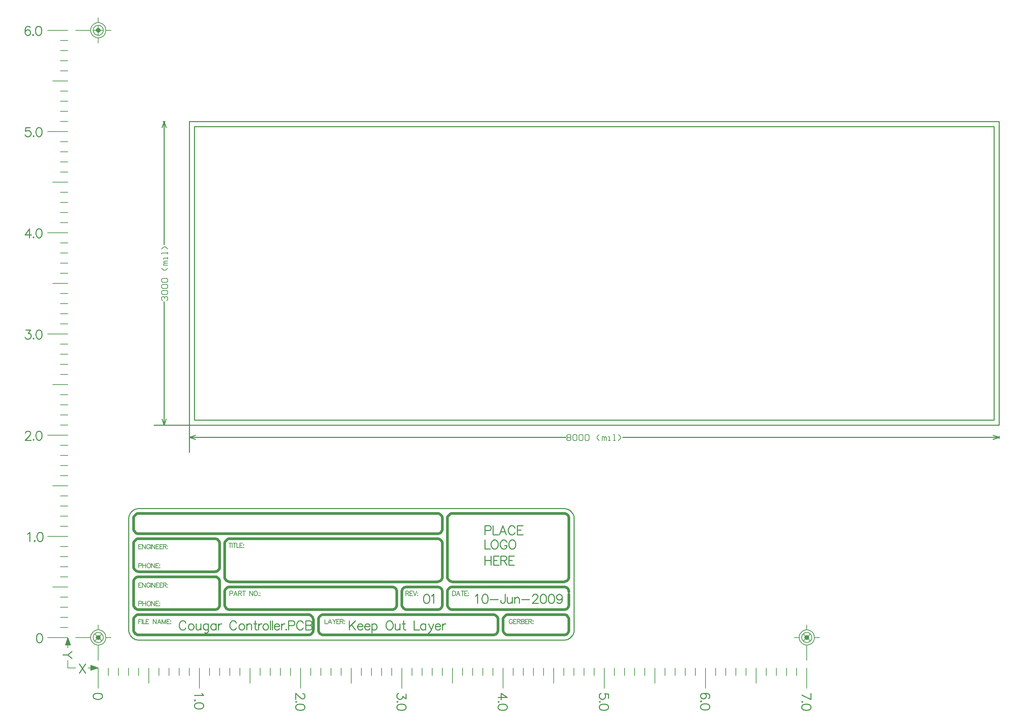
<source format=gko>
%FSLAX23Y23*%
%MOIN*%
G70*
G01*
G75*
%ADD10C,0.021*%
%ADD11C,0.012*%
%ADD12C,0.035*%
%ADD13C,0.025*%
%ADD14C,0.045*%
%ADD15C,0.055*%
%ADD16C,0.009*%
%ADD17C,0.008*%
%ADD18C,0.010*%
%ADD19C,0.006*%
%ADD20C,0.005*%
%ADD21C,0.060*%
%ADD22C,0.200*%
%ADD23C,0.062*%
%ADD24R,0.062X0.062*%
%ADD25R,0.052X0.052*%
%ADD26C,0.052*%
%ADD27C,0.080*%
%ADD28C,0.055*%
%ADD29R,0.050X0.050*%
%ADD30C,0.050*%
%ADD31C,0.120*%
%ADD32R,0.060X0.060*%
%ADD33R,0.100X0.100*%
%ADD34C,0.100*%
%ADD35R,0.080X0.080*%
%ADD36P,0.065X8X0*%
%ADD37C,0.065*%
%ADD38R,0.065X0.065*%
%ADD39C,0.068*%
%ADD40C,0.208*%
%ADD41C,0.070*%
%ADD42R,0.070X0.070*%
%ADD43C,0.088*%
%ADD44C,0.063*%
%ADD45R,0.058X0.058*%
%ADD46C,0.058*%
%ADD47C,0.128*%
%ADD48R,0.068X0.068*%
%ADD49R,0.108X0.108*%
%ADD50C,0.108*%
%ADD51R,0.088X0.088*%
%ADD52P,0.073X8X0*%
%ADD53C,0.073*%
%ADD54R,0.073X0.073*%
D13*
X10453Y5923D02*
X10452Y5932D01*
X10449Y5942D01*
X10445Y5950D01*
X10439Y5957D01*
X10431Y5964D01*
X10423Y5968D01*
X10414Y5971D01*
X10404Y5972D01*
X9303D02*
X9293Y5971D01*
X9284Y5968D01*
X9275Y5963D01*
X9268Y5957D01*
X9262Y5950D01*
X9257Y5941D01*
X9254Y5932D01*
X9253Y5922D01*
X10403Y6022D02*
X10413Y6023D01*
X10422Y6026D01*
X10431Y6030D01*
X10438Y6036D01*
X10445Y6044D01*
X10449Y6053D01*
X10452Y6062D01*
X10453Y6072D01*
X9253D02*
X9254Y6062D01*
X9257Y6053D01*
X9262Y6044D01*
X9268Y6036D01*
X9275Y6030D01*
X9284Y6026D01*
X9293Y6023D01*
X9303Y6022D01*
X10453Y6648D02*
X10452Y6658D01*
X10449Y6667D01*
X10445Y6676D01*
X10438Y6683D01*
X10430Y6689D01*
X10422Y6694D01*
X10412Y6696D01*
X10402Y6697D01*
X10403Y5747D02*
X10413Y5748D01*
X10422Y5751D01*
X10431Y5755D01*
X10438Y5761D01*
X10445Y5769D01*
X10449Y5778D01*
X10452Y5787D01*
X10453Y5797D01*
X10453Y5648D02*
X10452Y5657D01*
X10449Y5667D01*
X10444Y5675D01*
X10438Y5682D01*
X10431Y5689D01*
X10422Y5693D01*
X10413Y5696D01*
X10403Y5697D01*
Y5497D02*
X10413Y5498D01*
X10422Y5501D01*
X10431Y5505D01*
X10438Y5511D01*
X10445Y5519D01*
X10449Y5528D01*
X10452Y5537D01*
X10453Y5547D01*
X9153Y5747D02*
X9163Y5748D01*
X9172Y5751D01*
X9181Y5755D01*
X9188Y5761D01*
X9195Y5769D01*
X9199Y5778D01*
X9202Y5787D01*
X9203Y5797D01*
X9253Y5796D02*
X9254Y5786D01*
X9257Y5777D01*
X9262Y5768D01*
X9268Y5761D01*
X9275Y5755D01*
X9284Y5750D01*
X9293Y5748D01*
X9303Y5747D01*
X9203Y5923D02*
X9202Y5932D01*
X9199Y5942D01*
X9195Y5950D01*
X9189Y5957D01*
X9181Y5964D01*
X9173Y5968D01*
X9164Y5971D01*
X9154Y5972D01*
X6153Y5547D02*
X6154Y5537D01*
X6157Y5528D01*
X6161Y5519D01*
X6167Y5512D01*
X6175Y5506D01*
X6183Y5501D01*
X6193Y5498D01*
X6202Y5497D01*
X9154Y6022D02*
X9164Y6023D01*
X9173Y6026D01*
X9181Y6031D01*
X9189Y6037D01*
X9195Y6044D01*
X9199Y6053D01*
X9202Y6062D01*
X9203Y6072D01*
X6203Y5697D02*
X6193Y5696D01*
X6184Y5693D01*
X6175Y5688D01*
X6168Y5682D01*
X6162Y5675D01*
X6157Y5666D01*
X6154Y5657D01*
X6153Y5647D01*
X9203Y6397D02*
X9202Y6407D01*
X9199Y6416D01*
X9195Y6425D01*
X9188Y6432D01*
X9181Y6438D01*
X9172Y6443D01*
X9163Y6446D01*
X9153Y6447D01*
Y6497D02*
X9163Y6498D01*
X9172Y6501D01*
X9181Y6505D01*
X9188Y6511D01*
X9195Y6519D01*
X9199Y6528D01*
X9202Y6537D01*
X9203Y6547D01*
X9303Y6697D02*
X9293Y6696D01*
X9284Y6693D01*
X9275Y6688D01*
X9268Y6682D01*
X9262Y6675D01*
X9257Y6666D01*
X9254Y6657D01*
X9253Y6647D01*
X9203D02*
X9202Y6657D01*
X9199Y6666D01*
X9195Y6675D01*
X9188Y6682D01*
X9181Y6688D01*
X9172Y6693D01*
X9163Y6696D01*
X9153Y6697D01*
X6203D02*
X6193Y6696D01*
X6184Y6693D01*
X6175Y6688D01*
X6168Y6682D01*
X6162Y6675D01*
X6157Y6666D01*
X6154Y6657D01*
X6153Y6647D01*
Y6547D02*
X6154Y6537D01*
X6157Y6528D01*
X6162Y6519D01*
X6168Y6511D01*
X6175Y6505D01*
X6184Y6501D01*
X6193Y6498D01*
X6203Y6497D01*
Y6447D02*
X6193Y6446D01*
X6184Y6443D01*
X6175Y6438D01*
X6168Y6432D01*
X6162Y6425D01*
X6157Y6416D01*
X6154Y6407D01*
X6153Y6397D01*
Y6172D02*
X6154Y6162D01*
X6157Y6153D01*
X6162Y6144D01*
X6168Y6136D01*
X6175Y6130D01*
X6184Y6126D01*
X6193Y6123D01*
X6203Y6122D01*
Y6072D02*
X6193Y6071D01*
X6184Y6068D01*
X6175Y6063D01*
X6168Y6057D01*
X6162Y6050D01*
X6157Y6041D01*
X6154Y6032D01*
X6153Y6022D01*
Y5797D02*
X6154Y5787D01*
X6157Y5778D01*
X6161Y5769D01*
X6167Y5762D01*
X6175Y5756D01*
X6183Y5751D01*
X6193Y5748D01*
X6202Y5747D01*
X7103Y6447D02*
X7093Y6446D01*
X7084Y6443D01*
X7075Y6438D01*
X7068Y6432D01*
X7062Y6425D01*
X7057Y6416D01*
X7054Y6407D01*
X7053Y6397D01*
X7103Y5972D02*
X7093Y5971D01*
X7084Y5968D01*
X7075Y5963D01*
X7068Y5957D01*
X7062Y5950D01*
X7057Y5941D01*
X7054Y5932D01*
X7053Y5922D01*
X8851Y5972D02*
X8841Y5971D01*
X8832Y5968D01*
X8824Y5963D01*
X8816Y5957D01*
X8810Y5949D01*
X8806Y5940D01*
X8804Y5931D01*
X8803Y5921D01*
X8803Y5798D02*
X8804Y5788D01*
X8807Y5778D01*
X8812Y5770D01*
X8818Y5762D01*
X8825Y5756D01*
X8834Y5751D01*
X8843Y5748D01*
X8853Y5747D01*
X8704Y5747D02*
X8714Y5748D01*
X8723Y5751D01*
X8732Y5755D01*
X8739Y5761D01*
X8745Y5769D01*
X8750Y5778D01*
X8752Y5787D01*
X8753Y5797D01*
X8753Y5923D02*
X8752Y5932D01*
X8749Y5942D01*
X8745Y5950D01*
X8739Y5957D01*
X8731Y5964D01*
X8723Y5968D01*
X8714Y5971D01*
X8704Y5972D01*
X6954Y5747D02*
X6964Y5748D01*
X6973Y5751D01*
X6981Y5755D01*
X6989Y5761D01*
X6995Y5769D01*
X6999Y5777D01*
X7002Y5786D01*
X7003Y5796D01*
X7053D02*
X7054Y5786D01*
X7057Y5777D01*
X7061Y5769D01*
X7067Y5761D01*
X7075Y5755D01*
X7083Y5751D01*
X7093Y5748D01*
X7102Y5747D01*
X7053Y6071D02*
X7054Y6061D01*
X7057Y6052D01*
X7061Y6044D01*
X7067Y6036D01*
X7075Y6030D01*
X7083Y6026D01*
X7093Y6023D01*
X7102Y6022D01*
X7003Y6023D02*
X7002Y6033D01*
X6999Y6042D01*
X6995Y6051D01*
X6988Y6058D01*
X6980Y6064D01*
X6972Y6069D01*
X6962Y6071D01*
X6952Y6072D01*
X6955Y6122D02*
X6964Y6123D01*
X6973Y6125D01*
X6982Y6130D01*
X6989Y6136D01*
X6995Y6143D01*
X6999Y6151D01*
X7002Y6160D01*
X7003Y6170D01*
Y6398D02*
X7002Y6407D01*
X6999Y6417D01*
X6995Y6425D01*
X6989Y6432D01*
X6981Y6439D01*
X6973Y6443D01*
X6964Y6446D01*
X6954Y6447D01*
X9853Y5697D02*
X9843Y5696D01*
X9834Y5693D01*
X9825Y5688D01*
X9818Y5682D01*
X9812Y5675D01*
X9807Y5666D01*
X9804Y5657D01*
X9803Y5647D01*
Y5546D02*
X9804Y5536D01*
X9807Y5527D01*
X9812Y5518D01*
X9818Y5511D01*
X9825Y5505D01*
X9834Y5500D01*
X9843Y5498D01*
X9853Y5497D01*
X9704Y5497D02*
X9714Y5498D01*
X9723Y5500D01*
X9732Y5505D01*
X9739Y5511D01*
X9745Y5519D01*
X9750Y5527D01*
X9752Y5537D01*
X9753Y5546D01*
X9753Y5647D02*
X9752Y5657D01*
X9749Y5666D01*
X9745Y5675D01*
X9738Y5682D01*
X9731Y5688D01*
X9722Y5693D01*
X9713Y5696D01*
X9703Y5697D01*
X7978Y5547D02*
X7979Y5537D01*
X7982Y5528D01*
X7986Y5519D01*
X7992Y5512D01*
X8000Y5506D01*
X8008Y5501D01*
X8018Y5498D01*
X8027Y5497D01*
X8028Y5697D02*
X8018Y5696D01*
X8009Y5693D01*
X8000Y5688D01*
X7993Y5682D01*
X7987Y5675D01*
X7982Y5666D01*
X7979Y5657D01*
X7978Y5647D01*
X7879Y5497D02*
X7889Y5498D01*
X7898Y5500D01*
X7907Y5505D01*
X7914Y5511D01*
X7920Y5519D01*
X7925Y5527D01*
X7927Y5537D01*
X7928Y5546D01*
X7928Y5647D02*
X7927Y5657D01*
X7924Y5666D01*
X7920Y5675D01*
X7913Y5682D01*
X7906Y5688D01*
X7897Y5693D01*
X7888Y5696D01*
X7878Y5697D01*
X8028Y5497D02*
X9703D01*
X6203D02*
X7878D01*
X6203Y5697D02*
X7878D01*
X8028D02*
X9703D01*
X9853Y5497D02*
X10403D01*
X9853Y5697D02*
X10403D01*
X6203Y6697D02*
X9153D01*
X6203Y5747D02*
X6953D01*
X6203Y6072D02*
X6953D01*
X6203Y6122D02*
X6953D01*
X6203Y6447D02*
X6953D01*
X6203Y6497D02*
X9153D01*
X7103Y6447D02*
X9153D01*
X7103Y5972D02*
X8703D01*
X7103Y5747D02*
X8703D01*
X8853D02*
X9153D01*
X8853Y5972D02*
X9153D01*
X9303Y5747D02*
X10403D01*
X9303Y6697D02*
X10403D01*
X7103Y6022D02*
X9153D01*
X9303D02*
X10403D01*
X9303Y5972D02*
X10403D01*
X7928Y5547D02*
Y5647D01*
X7978Y5547D02*
Y5647D01*
X9753Y5547D02*
Y5647D01*
X9803Y5547D02*
Y5647D01*
X6153Y5797D02*
Y6022D01*
X7003Y5797D02*
Y6022D01*
X6153Y6172D02*
Y6397D01*
X7003Y6172D02*
Y6397D01*
X6153Y6547D02*
Y6647D01*
X9203Y6547D02*
Y6647D01*
Y6072D02*
Y6397D01*
X7053Y6072D02*
Y6397D01*
X8753Y5797D02*
Y5922D01*
X7053Y5797D02*
Y5922D01*
X8803Y5797D02*
Y5922D01*
X9203Y5797D02*
Y5922D01*
X10453Y5547D02*
Y5647D01*
Y5797D02*
Y5897D01*
X6153Y5547D02*
Y5647D01*
X9253Y6072D02*
Y6647D01*
X10453Y6072D02*
Y6647D01*
X9253Y5797D02*
Y5922D01*
D16*
X5130Y11499D02*
X5125Y11507D01*
X5112Y11512D01*
X5104D01*
X5091Y11507D01*
X5082Y11495D01*
X5078Y11473D01*
Y11452D01*
X5082Y11435D01*
X5091Y11426D01*
X5104Y11422D01*
X5108D01*
X5121Y11426D01*
X5130Y11435D01*
X5134Y11448D01*
Y11452D01*
X5130Y11465D01*
X5121Y11473D01*
X5108Y11478D01*
X5104D01*
X5091Y11473D01*
X5082Y11465D01*
X5078Y11452D01*
X5158Y11430D02*
X5154Y11426D01*
X5158Y11422D01*
X5162Y11426D01*
X5158Y11430D01*
X5208Y11512D02*
X5195Y11507D01*
X5186Y11495D01*
X5182Y11473D01*
Y11460D01*
X5186Y11439D01*
X5195Y11426D01*
X5208Y11422D01*
X5216D01*
X5229Y11426D01*
X5238Y11439D01*
X5242Y11460D01*
Y11473D01*
X5238Y11495D01*
X5229Y11507D01*
X5216Y11512D01*
X5208D01*
X5121Y9512D02*
X5078Y9452D01*
X5142D01*
X5121Y9512D02*
Y9422D01*
X5163Y9430D02*
X5158Y9426D01*
X5163Y9422D01*
X5167Y9426D01*
X5163Y9430D01*
X5212Y9512D02*
X5199Y9507D01*
X5191Y9495D01*
X5187Y9473D01*
Y9460D01*
X5191Y9439D01*
X5199Y9426D01*
X5212Y9422D01*
X5221D01*
X5234Y9426D01*
X5242Y9439D01*
X5247Y9460D01*
Y9473D01*
X5242Y9495D01*
X5234Y9507D01*
X5221Y9512D01*
X5212D01*
X5082Y7490D02*
Y7495D01*
X5087Y7503D01*
X5091Y7508D01*
X5100Y7512D01*
X5117D01*
X5125Y7508D01*
X5130Y7503D01*
X5134Y7495D01*
Y7486D01*
X5130Y7478D01*
X5121Y7465D01*
X5078Y7422D01*
X5138D01*
X5163Y7430D02*
X5158Y7426D01*
X5163Y7422D01*
X5167Y7426D01*
X5163Y7430D01*
X5212Y7512D02*
X5199Y7508D01*
X5191Y7495D01*
X5187Y7473D01*
Y7460D01*
X5191Y7439D01*
X5199Y7426D01*
X5212Y7422D01*
X5221D01*
X5234Y7426D01*
X5242Y7439D01*
X5247Y7460D01*
Y7473D01*
X5242Y7495D01*
X5234Y7508D01*
X5221Y7512D01*
X5212D01*
X5216Y5512D02*
X5203Y5508D01*
X5195Y5495D01*
X5191Y5473D01*
Y5460D01*
X5195Y5439D01*
X5203Y5426D01*
X5216Y5422D01*
X5225D01*
X5238Y5426D01*
X5246Y5439D01*
X5251Y5460D01*
Y5473D01*
X5246Y5495D01*
X5238Y5508D01*
X5225Y5512D01*
X5216D01*
X5103Y6495D02*
X5112Y6499D01*
X5125Y6512D01*
Y6422D01*
X5173Y6430D02*
X5169Y6426D01*
X5173Y6422D01*
X5178Y6426D01*
X5173Y6430D01*
X5223Y6512D02*
X5210Y6508D01*
X5202Y6495D01*
X5197Y6473D01*
Y6460D01*
X5202Y6439D01*
X5210Y6426D01*
X5223Y6422D01*
X5232D01*
X5245Y6426D01*
X5253Y6439D01*
X5257Y6460D01*
Y6473D01*
X5253Y6495D01*
X5245Y6508D01*
X5232Y6512D01*
X5223D01*
X5087Y8512D02*
X5134D01*
X5108Y8478D01*
X5121D01*
X5130Y8473D01*
X5134Y8469D01*
X5138Y8456D01*
Y8448D01*
X5134Y8435D01*
X5125Y8426D01*
X5112Y8422D01*
X5100D01*
X5087Y8426D01*
X5082Y8430D01*
X5078Y8439D01*
X5163Y8430D02*
X5158Y8426D01*
X5163Y8422D01*
X5167Y8426D01*
X5163Y8430D01*
X5212Y8512D02*
X5199Y8507D01*
X5191Y8495D01*
X5187Y8473D01*
Y8460D01*
X5191Y8439D01*
X5199Y8426D01*
X5212Y8422D01*
X5221D01*
X5234Y8426D01*
X5242Y8439D01*
X5247Y8460D01*
Y8473D01*
X5242Y8495D01*
X5234Y8507D01*
X5221Y8512D01*
X5212D01*
X5130Y10512D02*
X5087D01*
X5082Y10473D01*
X5087Y10478D01*
X5100Y10482D01*
X5112D01*
X5125Y10478D01*
X5134Y10469D01*
X5138Y10456D01*
Y10448D01*
X5134Y10435D01*
X5125Y10426D01*
X5112Y10422D01*
X5100D01*
X5087Y10426D01*
X5082Y10430D01*
X5078Y10439D01*
X5163Y10430D02*
X5158Y10426D01*
X5163Y10422D01*
X5167Y10426D01*
X5163Y10430D01*
X5212Y10512D02*
X5199Y10507D01*
X5191Y10495D01*
X5187Y10473D01*
Y10460D01*
X5191Y10439D01*
X5199Y10426D01*
X5212Y10422D01*
X5221D01*
X5234Y10426D01*
X5242Y10439D01*
X5247Y10460D01*
Y10473D01*
X5242Y10495D01*
X5234Y10507D01*
X5221Y10512D01*
X5212D01*
X12843Y4862D02*
X12753Y4905D01*
X12843Y4922D02*
Y4862D01*
X12762Y4837D02*
X12757Y4842D01*
X12753Y4837D01*
X12757Y4833D01*
X12762Y4837D01*
X12843Y4788D02*
X12839Y4801D01*
X12826Y4809D01*
X12805Y4813D01*
X12792D01*
X12770Y4809D01*
X12757Y4801D01*
X12753Y4788D01*
Y4779D01*
X12757Y4766D01*
X12770Y4758D01*
X12792Y4753D01*
X12805D01*
X12826Y4758D01*
X12839Y4766D01*
X12843Y4779D01*
Y4788D01*
X10843Y4870D02*
Y4913D01*
X10805Y4918D01*
X10809Y4913D01*
X10813Y4900D01*
Y4888D01*
X10809Y4875D01*
X10800Y4866D01*
X10787Y4862D01*
X10779D01*
X10766Y4866D01*
X10757Y4875D01*
X10753Y4888D01*
Y4900D01*
X10757Y4913D01*
X10762Y4918D01*
X10770Y4922D01*
X10762Y4837D02*
X10757Y4842D01*
X10753Y4837D01*
X10757Y4833D01*
X10762Y4837D01*
X10843Y4788D02*
X10839Y4801D01*
X10826Y4809D01*
X10805Y4813D01*
X10792D01*
X10770Y4809D01*
X10757Y4801D01*
X10753Y4788D01*
Y4779D01*
X10757Y4766D01*
X10770Y4758D01*
X10792Y4753D01*
X10805D01*
X10826Y4758D01*
X10839Y4766D01*
X10843Y4779D01*
Y4788D01*
X8843Y4913D02*
Y4866D01*
X8809Y4892D01*
Y4879D01*
X8805Y4870D01*
X8800Y4866D01*
X8787Y4862D01*
X8779D01*
X8766Y4866D01*
X8757Y4875D01*
X8753Y4888D01*
Y4900D01*
X8757Y4913D01*
X8762Y4918D01*
X8770Y4922D01*
X8762Y4837D02*
X8757Y4842D01*
X8753Y4837D01*
X8757Y4833D01*
X8762Y4837D01*
X8843Y4788D02*
X8839Y4801D01*
X8826Y4809D01*
X8805Y4813D01*
X8792D01*
X8770Y4809D01*
X8757Y4801D01*
X8753Y4788D01*
Y4779D01*
X8757Y4766D01*
X8770Y4758D01*
X8792Y4753D01*
X8805D01*
X8826Y4758D01*
X8839Y4766D01*
X8843Y4779D01*
Y4788D01*
X6826Y4922D02*
X6830Y4913D01*
X6843Y4900D01*
X6753D01*
X6762Y4852D02*
X6757Y4856D01*
X6753Y4852D01*
X6757Y4847D01*
X6762Y4852D01*
X6843Y4802D02*
X6839Y4815D01*
X6826Y4823D01*
X6805Y4828D01*
X6792D01*
X6770Y4823D01*
X6757Y4815D01*
X6753Y4802D01*
Y4793D01*
X6757Y4780D01*
X6770Y4772D01*
X6792Y4768D01*
X6805D01*
X6826Y4772D01*
X6839Y4780D01*
X6843Y4793D01*
Y4802D01*
X5843Y4896D02*
X5839Y4909D01*
X5826Y4918D01*
X5805Y4922D01*
X5792D01*
X5770Y4918D01*
X5757Y4909D01*
X5753Y4896D01*
Y4888D01*
X5757Y4875D01*
X5770Y4866D01*
X5792Y4862D01*
X5805D01*
X5826Y4866D01*
X5839Y4875D01*
X5843Y4888D01*
Y4896D01*
X7822Y4918D02*
X7826D01*
X7835Y4913D01*
X7839Y4909D01*
X7843Y4900D01*
Y4883D01*
X7839Y4875D01*
X7835Y4870D01*
X7826Y4866D01*
X7817D01*
X7809Y4870D01*
X7796Y4879D01*
X7753Y4922D01*
Y4862D01*
X7762Y4837D02*
X7757Y4842D01*
X7753Y4837D01*
X7757Y4833D01*
X7762Y4837D01*
X7843Y4788D02*
X7839Y4801D01*
X7826Y4809D01*
X7805Y4813D01*
X7792D01*
X7770Y4809D01*
X7757Y4801D01*
X7753Y4788D01*
Y4779D01*
X7757Y4766D01*
X7770Y4758D01*
X7792Y4753D01*
X7805D01*
X7826Y4758D01*
X7839Y4766D01*
X7843Y4779D01*
Y4788D01*
X9843Y4879D02*
X9783Y4922D01*
Y4858D01*
X9843Y4879D02*
X9753D01*
X9762Y4837D02*
X9757Y4842D01*
X9753Y4837D01*
X9757Y4833D01*
X9762Y4837D01*
X9843Y4788D02*
X9839Y4801D01*
X9826Y4809D01*
X9805Y4813D01*
X9792D01*
X9770Y4809D01*
X9757Y4801D01*
X9753Y4788D01*
Y4779D01*
X9757Y4766D01*
X9770Y4758D01*
X9792Y4753D01*
X9805D01*
X9826Y4758D01*
X9839Y4766D01*
X9843Y4779D01*
Y4788D01*
X11830Y4870D02*
X11839Y4875D01*
X11843Y4888D01*
Y4896D01*
X11839Y4909D01*
X11826Y4918D01*
X11805Y4922D01*
X11783D01*
X11766Y4918D01*
X11757Y4909D01*
X11753Y4896D01*
Y4892D01*
X11757Y4879D01*
X11766Y4870D01*
X11779Y4866D01*
X11783D01*
X11796Y4870D01*
X11805Y4879D01*
X11809Y4892D01*
Y4896D01*
X11805Y4909D01*
X11796Y4918D01*
X11783Y4922D01*
X11762Y4842D02*
X11757Y4846D01*
X11753Y4842D01*
X11757Y4838D01*
X11762Y4842D01*
X11843Y4792D02*
X11839Y4805D01*
X11826Y4814D01*
X11805Y4818D01*
X11792D01*
X11770Y4814D01*
X11757Y4805D01*
X11753Y4792D01*
Y4784D01*
X11757Y4771D01*
X11770Y4762D01*
X11792Y4758D01*
X11805D01*
X11826Y4762D01*
X11839Y4771D01*
X11843Y4784D01*
Y4792D01*
X5616Y5212D02*
X5676Y5122D01*
Y5212D02*
X5616Y5122D01*
X5543Y5334D02*
X5500Y5300D01*
X5453D01*
X5543Y5266D02*
X5500Y5300D01*
X9528Y5882D02*
X9537Y5886D01*
X9550Y5899D01*
Y5809D01*
X9620Y5899D02*
X9607Y5895D01*
X9598Y5882D01*
X9594Y5861D01*
Y5848D01*
X9598Y5826D01*
X9607Y5814D01*
X9620Y5809D01*
X9628D01*
X9641Y5814D01*
X9650Y5826D01*
X9654Y5848D01*
Y5861D01*
X9650Y5882D01*
X9641Y5895D01*
X9628Y5899D01*
X9620D01*
X9674Y5848D02*
X9751D01*
X9821Y5899D02*
Y5831D01*
X9816Y5818D01*
X9812Y5814D01*
X9804Y5809D01*
X9795D01*
X9786Y5814D01*
X9782Y5818D01*
X9778Y5831D01*
Y5839D01*
X9844Y5869D02*
Y5826D01*
X9848Y5814D01*
X9857Y5809D01*
X9870D01*
X9878Y5814D01*
X9891Y5826D01*
Y5869D02*
Y5809D01*
X9915Y5869D02*
Y5809D01*
Y5852D02*
X9927Y5865D01*
X9936Y5869D01*
X9949D01*
X9957Y5865D01*
X9962Y5852D01*
Y5809D01*
X9985Y5848D02*
X10062D01*
X10093Y5878D02*
Y5882D01*
X10098Y5891D01*
X10102Y5895D01*
X10110Y5899D01*
X10128D01*
X10136Y5895D01*
X10140Y5891D01*
X10145Y5882D01*
Y5874D01*
X10140Y5865D01*
X10132Y5852D01*
X10089Y5809D01*
X10149D01*
X10195Y5899D02*
X10182Y5895D01*
X10173Y5882D01*
X10169Y5861D01*
Y5848D01*
X10173Y5826D01*
X10182Y5814D01*
X10195Y5809D01*
X10203D01*
X10216Y5814D01*
X10225Y5826D01*
X10229Y5848D01*
Y5861D01*
X10225Y5882D01*
X10216Y5895D01*
X10203Y5899D01*
X10195D01*
X10275D02*
X10262Y5895D01*
X10254Y5882D01*
X10249Y5861D01*
Y5848D01*
X10254Y5826D01*
X10262Y5814D01*
X10275Y5809D01*
X10284D01*
X10296Y5814D01*
X10305Y5826D01*
X10309Y5848D01*
Y5861D01*
X10305Y5882D01*
X10296Y5895D01*
X10284Y5899D01*
X10275D01*
X10385Y5869D02*
X10381Y5856D01*
X10372Y5848D01*
X10359Y5844D01*
X10355D01*
X10342Y5848D01*
X10334Y5856D01*
X10329Y5869D01*
Y5874D01*
X10334Y5886D01*
X10342Y5895D01*
X10355Y5899D01*
X10359D01*
X10372Y5895D01*
X10381Y5886D01*
X10385Y5869D01*
Y5848D01*
X10381Y5826D01*
X10372Y5814D01*
X10359Y5809D01*
X10351D01*
X10338Y5814D01*
X10334Y5822D01*
X9623Y6277D02*
Y6187D01*
X9683Y6277D02*
Y6187D01*
X9623Y6234D02*
X9683D01*
X9764Y6277D02*
X9708D01*
Y6187D01*
X9764D01*
X9708Y6234D02*
X9742D01*
X9779Y6277D02*
Y6187D01*
Y6277D02*
X9817D01*
X9830Y6273D01*
X9834Y6268D01*
X9839Y6260D01*
Y6251D01*
X9834Y6243D01*
X9830Y6238D01*
X9817Y6234D01*
X9779D01*
X9809D02*
X9839Y6187D01*
X9914Y6277D02*
X9859D01*
Y6187D01*
X9914D01*
X9859Y6234D02*
X9893D01*
X9623Y6437D02*
Y6347D01*
X9675D01*
X9710Y6437D02*
X9702Y6432D01*
X9693Y6424D01*
X9689Y6415D01*
X9684Y6403D01*
Y6381D01*
X9689Y6368D01*
X9693Y6360D01*
X9702Y6351D01*
X9710Y6347D01*
X9727D01*
X9736Y6351D01*
X9744Y6360D01*
X9749Y6368D01*
X9753Y6381D01*
Y6403D01*
X9749Y6415D01*
X9744Y6424D01*
X9736Y6432D01*
X9727Y6437D01*
X9710D01*
X9838Y6415D02*
X9834Y6424D01*
X9825Y6432D01*
X9817Y6437D01*
X9800D01*
X9791Y6432D01*
X9783Y6424D01*
X9778Y6415D01*
X9774Y6403D01*
Y6381D01*
X9778Y6368D01*
X9783Y6360D01*
X9791Y6351D01*
X9800Y6347D01*
X9817D01*
X9825Y6351D01*
X9834Y6360D01*
X9838Y6368D01*
Y6381D01*
X9817D02*
X9838D01*
X9884Y6437D02*
X9876Y6432D01*
X9867Y6424D01*
X9863Y6415D01*
X9859Y6403D01*
Y6381D01*
X9863Y6368D01*
X9867Y6360D01*
X9876Y6351D01*
X9884Y6347D01*
X9902D01*
X9910Y6351D01*
X9919Y6360D01*
X9923Y6368D01*
X9927Y6381D01*
Y6403D01*
X9923Y6415D01*
X9919Y6424D01*
X9910Y6432D01*
X9902Y6437D01*
X9884D01*
X9623Y6530D02*
X9662D01*
X9675Y6534D01*
X9679Y6538D01*
X9683Y6547D01*
Y6560D01*
X9679Y6568D01*
X9675Y6573D01*
X9662Y6577D01*
X9623D01*
Y6487D01*
X9703Y6577D02*
Y6487D01*
X9755D01*
X9833D02*
X9799Y6577D01*
X9765Y6487D01*
X9777Y6517D02*
X9820D01*
X9918Y6555D02*
X9914Y6564D01*
X9905Y6573D01*
X9897Y6577D01*
X9880D01*
X9871Y6573D01*
X9863Y6564D01*
X9858Y6555D01*
X9854Y6543D01*
Y6521D01*
X9858Y6508D01*
X9863Y6500D01*
X9871Y6491D01*
X9880Y6487D01*
X9897D01*
X9905Y6491D01*
X9914Y6500D01*
X9918Y6508D01*
X9999Y6577D02*
X9944D01*
Y6487D01*
X9999D01*
X9944Y6534D02*
X9978D01*
X9041Y5899D02*
X9028Y5895D01*
X9020Y5882D01*
X9016Y5861D01*
Y5848D01*
X9020Y5826D01*
X9028Y5814D01*
X9041Y5809D01*
X9050D01*
X9063Y5814D01*
X9071Y5826D01*
X9076Y5848D01*
Y5861D01*
X9071Y5882D01*
X9063Y5895D01*
X9050Y5899D01*
X9041D01*
X9096Y5882D02*
X9104Y5886D01*
X9117Y5899D01*
Y5809D01*
X8283Y5637D02*
Y5547D01*
X8343Y5637D02*
X8283Y5577D01*
X8305Y5598D02*
X8343Y5547D01*
X8363Y5581D02*
X8415D01*
Y5590D01*
X8410Y5598D01*
X8406Y5603D01*
X8398Y5607D01*
X8385D01*
X8376Y5603D01*
X8368Y5594D01*
X8363Y5581D01*
Y5573D01*
X8368Y5560D01*
X8376Y5551D01*
X8385Y5547D01*
X8398D01*
X8406Y5551D01*
X8415Y5560D01*
X8434Y5581D02*
X8485D01*
Y5590D01*
X8481Y5598D01*
X8477Y5603D01*
X8468Y5607D01*
X8455D01*
X8447Y5603D01*
X8438Y5594D01*
X8434Y5581D01*
Y5573D01*
X8438Y5560D01*
X8447Y5551D01*
X8455Y5547D01*
X8468D01*
X8477Y5551D01*
X8485Y5560D01*
X8505Y5607D02*
Y5517D01*
Y5594D02*
X8513Y5603D01*
X8522Y5607D01*
X8535D01*
X8543Y5603D01*
X8552Y5594D01*
X8556Y5581D01*
Y5573D01*
X8552Y5560D01*
X8543Y5551D01*
X8535Y5547D01*
X8522D01*
X8513Y5551D01*
X8505Y5560D01*
X8672Y5637D02*
X8663Y5633D01*
X8655Y5624D01*
X8650Y5615D01*
X8646Y5603D01*
Y5581D01*
X8650Y5568D01*
X8655Y5560D01*
X8663Y5551D01*
X8672Y5547D01*
X8689D01*
X8697Y5551D01*
X8706Y5560D01*
X8710Y5568D01*
X8715Y5581D01*
Y5603D01*
X8710Y5615D01*
X8706Y5624D01*
X8697Y5633D01*
X8689Y5637D01*
X8672D01*
X8736Y5607D02*
Y5564D01*
X8740Y5551D01*
X8748Y5547D01*
X8761D01*
X8770Y5551D01*
X8783Y5564D01*
Y5607D02*
Y5547D01*
X8819Y5637D02*
Y5564D01*
X8823Y5551D01*
X8832Y5547D01*
X8841D01*
X8806Y5607D02*
X8836D01*
X8924Y5637D02*
Y5547D01*
X8976D01*
X9037Y5607D02*
Y5547D01*
Y5594D02*
X9028Y5603D01*
X9020Y5607D01*
X9007D01*
X8998Y5603D01*
X8990Y5594D01*
X8985Y5581D01*
Y5573D01*
X8990Y5560D01*
X8998Y5551D01*
X9007Y5547D01*
X9020D01*
X9028Y5551D01*
X9037Y5560D01*
X9065Y5607D02*
X9091Y5547D01*
X9117Y5607D02*
X9091Y5547D01*
X9082Y5530D01*
X9074Y5521D01*
X9065Y5517D01*
X9061D01*
X9132Y5581D02*
X9183D01*
Y5590D01*
X9179Y5598D01*
X9174Y5603D01*
X9166Y5607D01*
X9153D01*
X9144Y5603D01*
X9136Y5594D01*
X9132Y5581D01*
Y5573D01*
X9136Y5560D01*
X9144Y5551D01*
X9153Y5547D01*
X9166D01*
X9174Y5551D01*
X9183Y5560D01*
X9202Y5607D02*
Y5547D01*
Y5581D02*
X9206Y5594D01*
X9215Y5603D01*
X9224Y5607D01*
X9236D01*
X6667Y5615D02*
X6663Y5624D01*
X6655Y5633D01*
X6646Y5637D01*
X6629D01*
X6620Y5633D01*
X6612Y5624D01*
X6607Y5615D01*
X6603Y5603D01*
Y5581D01*
X6607Y5568D01*
X6612Y5560D01*
X6620Y5551D01*
X6629Y5547D01*
X6646D01*
X6655Y5551D01*
X6663Y5560D01*
X6667Y5568D01*
X6714Y5607D02*
X6706Y5603D01*
X6697Y5594D01*
X6693Y5581D01*
Y5573D01*
X6697Y5560D01*
X6706Y5551D01*
X6714Y5547D01*
X6727D01*
X6736Y5551D01*
X6744Y5560D01*
X6748Y5573D01*
Y5581D01*
X6744Y5594D01*
X6736Y5603D01*
X6727Y5607D01*
X6714D01*
X6768D02*
Y5564D01*
X6772Y5551D01*
X6781Y5547D01*
X6794D01*
X6802Y5551D01*
X6815Y5564D01*
Y5607D02*
Y5547D01*
X6890Y5607D02*
Y5538D01*
X6886Y5525D01*
X6882Y5521D01*
X6873Y5517D01*
X6860D01*
X6852Y5521D01*
X6890Y5594D02*
X6882Y5603D01*
X6873Y5607D01*
X6860D01*
X6852Y5603D01*
X6843Y5594D01*
X6839Y5581D01*
Y5573D01*
X6843Y5560D01*
X6852Y5551D01*
X6860Y5547D01*
X6873D01*
X6882Y5551D01*
X6890Y5560D01*
X6966Y5607D02*
Y5547D01*
Y5594D02*
X6957Y5603D01*
X6948Y5607D01*
X6936D01*
X6927Y5603D01*
X6918Y5594D01*
X6914Y5581D01*
Y5573D01*
X6918Y5560D01*
X6927Y5551D01*
X6936Y5547D01*
X6948D01*
X6957Y5551D01*
X6966Y5560D01*
X6990Y5607D02*
Y5547D01*
Y5581D02*
X6994Y5594D01*
X7002Y5603D01*
X7011Y5607D01*
X7024D01*
X7167Y5615D02*
X7163Y5624D01*
X7154Y5633D01*
X7146Y5637D01*
X7128D01*
X7120Y5633D01*
X7111Y5624D01*
X7107Y5615D01*
X7103Y5603D01*
Y5581D01*
X7107Y5568D01*
X7111Y5560D01*
X7120Y5551D01*
X7128Y5547D01*
X7146D01*
X7154Y5551D01*
X7163Y5560D01*
X7167Y5568D01*
X7214Y5607D02*
X7205Y5603D01*
X7197Y5594D01*
X7192Y5581D01*
Y5573D01*
X7197Y5560D01*
X7205Y5551D01*
X7214Y5547D01*
X7227D01*
X7235Y5551D01*
X7244Y5560D01*
X7248Y5573D01*
Y5581D01*
X7244Y5594D01*
X7235Y5603D01*
X7227Y5607D01*
X7214D01*
X7268D02*
Y5547D01*
Y5590D02*
X7281Y5603D01*
X7289Y5607D01*
X7302D01*
X7311Y5603D01*
X7315Y5590D01*
Y5547D01*
X7351Y5637D02*
Y5564D01*
X7356Y5551D01*
X7364Y5547D01*
X7373D01*
X7338Y5607D02*
X7368D01*
X7386D02*
Y5547D01*
Y5581D02*
X7390Y5594D01*
X7398Y5603D01*
X7407Y5607D01*
X7420D01*
X7449D02*
X7441Y5603D01*
X7432Y5594D01*
X7428Y5581D01*
Y5573D01*
X7432Y5560D01*
X7441Y5551D01*
X7449Y5547D01*
X7462D01*
X7471Y5551D01*
X7479Y5560D01*
X7484Y5573D01*
Y5581D01*
X7479Y5594D01*
X7471Y5603D01*
X7462Y5607D01*
X7449D01*
X7503Y5637D02*
Y5547D01*
X7522Y5637D02*
Y5547D01*
X7541Y5581D02*
X7592D01*
Y5590D01*
X7588Y5598D01*
X7584Y5603D01*
X7575Y5607D01*
X7562D01*
X7554Y5603D01*
X7545Y5594D01*
X7541Y5581D01*
Y5573D01*
X7545Y5560D01*
X7554Y5551D01*
X7562Y5547D01*
X7575D01*
X7584Y5551D01*
X7592Y5560D01*
X7612Y5607D02*
Y5547D01*
Y5581D02*
X7616Y5594D01*
X7625Y5603D01*
X7633Y5607D01*
X7646D01*
X7658Y5555D02*
X7654Y5551D01*
X7658Y5547D01*
X7663Y5551D01*
X7658Y5555D01*
X7682Y5590D02*
X7721D01*
X7734Y5594D01*
X7738Y5598D01*
X7742Y5607D01*
Y5620D01*
X7738Y5628D01*
X7734Y5633D01*
X7721Y5637D01*
X7682D01*
Y5547D01*
X7827Y5615D02*
X7823Y5624D01*
X7814Y5633D01*
X7805Y5637D01*
X7788D01*
X7780Y5633D01*
X7771Y5624D01*
X7767Y5615D01*
X7763Y5603D01*
Y5581D01*
X7767Y5568D01*
X7771Y5560D01*
X7780Y5551D01*
X7788Y5547D01*
X7805D01*
X7814Y5551D01*
X7823Y5560D01*
X7827Y5568D01*
X7852Y5637D02*
Y5547D01*
Y5637D02*
X7891D01*
X7904Y5633D01*
X7908Y5628D01*
X7912Y5620D01*
Y5611D01*
X7908Y5603D01*
X7904Y5598D01*
X7891Y5594D01*
X7852D02*
X7891D01*
X7904Y5590D01*
X7908Y5585D01*
X7912Y5577D01*
Y5564D01*
X7908Y5555D01*
X7904Y5551D01*
X7891Y5547D01*
X7852D01*
D17*
X12853Y5472D02*
X12852Y5482D01*
X12849Y5492D01*
X12844Y5500D01*
X12838Y5508D01*
X12830Y5514D01*
X12820Y5519D01*
X12811Y5521D01*
X12801Y5522D01*
X12791Y5520D01*
X12781Y5517D01*
X12773Y5511D01*
X12765Y5504D01*
X12759Y5496D01*
X12755Y5487D01*
X12753Y5477D01*
Y5467D01*
X12755Y5457D01*
X12759Y5448D01*
X12765Y5439D01*
X12773Y5432D01*
X12781Y5427D01*
X12791Y5423D01*
X12801Y5422D01*
X12811Y5422D01*
X12820Y5425D01*
X12830Y5429D01*
X12838Y5436D01*
X12844Y5443D01*
X12849Y5452D01*
X12852Y5462D01*
X12853Y5472D01*
X12878D02*
X12877Y5482D01*
X12875Y5492D01*
X12872Y5501D01*
X12868Y5510D01*
X12862Y5518D01*
X12855Y5526D01*
X12848Y5532D01*
X12839Y5538D01*
X12830Y5542D01*
X12821Y5545D01*
X12811Y5546D01*
X12801Y5547D01*
X12791Y5546D01*
X12781Y5543D01*
X12772Y5540D01*
X12763Y5535D01*
X12755Y5529D01*
X12748Y5522D01*
X12741Y5514D01*
X12736Y5506D01*
X12732Y5496D01*
X12730Y5487D01*
X12728Y5477D01*
Y5467D01*
X12730Y5457D01*
X12732Y5447D01*
X12736Y5438D01*
X12741Y5429D01*
X12748Y5421D01*
X12755Y5415D01*
X12763Y5409D01*
X12772Y5404D01*
X12781Y5400D01*
X12791Y5398D01*
X12801Y5397D01*
X12811Y5397D01*
X12821Y5399D01*
X12830Y5402D01*
X12839Y5406D01*
X12848Y5411D01*
X12855Y5418D01*
X12862Y5425D01*
X12868Y5434D01*
X12872Y5443D01*
X12875Y5452D01*
X12877Y5462D01*
X12878Y5472D01*
X12806D02*
X12801D01*
X12806D01*
X12808D02*
X12801Y5476D01*
Y5467D01*
X12808Y5472D01*
X12823D02*
X12821Y5481D01*
X12814Y5488D01*
X12806Y5492D01*
X12796Y5490D01*
X12788Y5485D01*
X12784Y5477D01*
Y5467D01*
X12788Y5459D01*
X12796Y5453D01*
X12806Y5452D01*
X12814Y5455D01*
X12821Y5462D01*
X12823Y5472D01*
X12818D02*
X12815Y5481D01*
X12806Y5487D01*
X12796Y5485D01*
X12789Y5477D01*
Y5467D01*
X12796Y5459D01*
X12806Y5457D01*
X12815Y5462D01*
X12818Y5472D01*
X12813D02*
X12808Y5480D01*
X12798D01*
X12793Y5472D01*
X12798Y5463D01*
X12808D01*
X12813Y5472D01*
X5878Y11472D02*
X5877Y11482D01*
X5875Y11492D01*
X5872Y11501D01*
X5868Y11510D01*
X5862Y11518D01*
X5855Y11526D01*
X5848Y11532D01*
X5839Y11538D01*
X5830Y11542D01*
X5821Y11545D01*
X5811Y11546D01*
X5801Y11547D01*
X5791Y11546D01*
X5781Y11543D01*
X5772Y11540D01*
X5763Y11535D01*
X5755Y11529D01*
X5747Y11522D01*
X5741Y11514D01*
X5736Y11506D01*
X5732Y11496D01*
X5730Y11487D01*
X5728Y11477D01*
Y11467D01*
X5730Y11457D01*
X5732Y11447D01*
X5736Y11438D01*
X5741Y11429D01*
X5747Y11421D01*
X5755Y11415D01*
X5763Y11409D01*
X5772Y11404D01*
X5781Y11400D01*
X5791Y11398D01*
X5801Y11397D01*
X5811Y11397D01*
X5821Y11399D01*
X5830Y11402D01*
X5839Y11406D01*
X5848Y11411D01*
X5855Y11418D01*
X5862Y11425D01*
X5868Y11434D01*
X5872Y11443D01*
X5875Y11452D01*
X5877Y11462D01*
X5878Y11472D01*
X5806D02*
X5801D01*
X5806D01*
X5808D02*
X5801Y11476D01*
Y11467D01*
X5808Y11472D01*
X5813D02*
X5808Y11480D01*
X5798D01*
X5793Y11472D01*
X5798Y11463D01*
X5808D01*
X5813Y11472D01*
X5818D02*
X5815Y11481D01*
X5806Y11487D01*
X5796Y11485D01*
X5789Y11477D01*
Y11467D01*
X5796Y11459D01*
X5806Y11457D01*
X5815Y11462D01*
X5818Y11472D01*
X5823D02*
X5821Y11481D01*
X5814Y11488D01*
X5806Y11492D01*
X5796Y11491D01*
X5788Y11485D01*
X5784Y11477D01*
Y11467D01*
X5788Y11459D01*
X5796Y11453D01*
X5806Y11452D01*
X5814Y11455D01*
X5821Y11463D01*
X5823Y11472D01*
X5853D02*
X5852Y11482D01*
X5849Y11492D01*
X5844Y11500D01*
X5838Y11508D01*
X5830Y11514D01*
X5820Y11519D01*
X5811Y11521D01*
X5801Y11522D01*
X5791Y11520D01*
X5781Y11517D01*
X5773Y11511D01*
X5765Y11504D01*
X5759Y11496D01*
X5755Y11487D01*
X5753Y11477D01*
Y11467D01*
X5755Y11457D01*
X5759Y11448D01*
X5765Y11439D01*
X5773Y11432D01*
X5781Y11427D01*
X5791Y11423D01*
X5801Y11422D01*
X5811Y11422D01*
X5820Y11425D01*
X5830Y11429D01*
X5838Y11436D01*
X5844Y11443D01*
X5849Y11452D01*
X5852Y11462D01*
X5853Y11472D01*
X5853Y5472D02*
X5852Y5482D01*
X5849Y5492D01*
X5844Y5500D01*
X5838Y5508D01*
X5830Y5514D01*
X5820Y5519D01*
X5811Y5521D01*
X5801Y5522D01*
X5791Y5520D01*
X5781Y5517D01*
X5773Y5511D01*
X5765Y5504D01*
X5759Y5496D01*
X5755Y5487D01*
X5753Y5477D01*
Y5467D01*
X5755Y5457D01*
X5759Y5448D01*
X5765Y5439D01*
X5773Y5432D01*
X5781Y5427D01*
X5791Y5423D01*
X5801Y5422D01*
X5811Y5422D01*
X5820Y5425D01*
X5830Y5429D01*
X5838Y5436D01*
X5844Y5443D01*
X5849Y5452D01*
X5852Y5462D01*
X5853Y5472D01*
X5878D02*
X5877Y5482D01*
X5875Y5492D01*
X5872Y5501D01*
X5868Y5510D01*
X5862Y5518D01*
X5855Y5526D01*
X5848Y5532D01*
X5839Y5538D01*
X5830Y5542D01*
X5821Y5545D01*
X5811Y5546D01*
X5801Y5547D01*
X5791Y5546D01*
X5781Y5543D01*
X5772Y5540D01*
X5763Y5535D01*
X5755Y5529D01*
X5748Y5522D01*
X5741Y5514D01*
X5736Y5506D01*
X5732Y5496D01*
X5730Y5487D01*
X5728Y5477D01*
Y5467D01*
X5730Y5457D01*
X5732Y5447D01*
X5736Y5438D01*
X5741Y5429D01*
X5748Y5421D01*
X5755Y5415D01*
X5763Y5409D01*
X5772Y5404D01*
X5781Y5400D01*
X5791Y5398D01*
X5801Y5397D01*
X5811Y5397D01*
X5821Y5399D01*
X5830Y5402D01*
X5839Y5406D01*
X5848Y5411D01*
X5855Y5418D01*
X5862Y5425D01*
X5868Y5434D01*
X5872Y5443D01*
X5875Y5452D01*
X5877Y5462D01*
X5878Y5472D01*
X5806D02*
X5801D01*
X5806D01*
X5808D02*
X5801Y5476D01*
Y5467D01*
X5808Y5472D01*
X5823D02*
X5821Y5481D01*
X5814Y5488D01*
X5806Y5492D01*
X5796Y5490D01*
X5788Y5485D01*
X5784Y5477D01*
Y5467D01*
X5788Y5459D01*
X5796Y5453D01*
X5806Y5452D01*
X5814Y5455D01*
X5821Y5462D01*
X5823Y5472D01*
X5813D02*
X5808Y5480D01*
X5798D01*
X5793Y5472D01*
X5798Y5463D01*
X5808D01*
X5813Y5472D01*
X5818D02*
X5815Y5481D01*
X5806Y5487D01*
X5796Y5485D01*
X5789Y5477D01*
Y5467D01*
X5796Y5459D01*
X5806Y5457D01*
X5815Y5462D01*
X5818Y5472D01*
X5878D02*
X5928D01*
X5578D02*
X5728D01*
X5503Y5172D02*
X5578D01*
X5478Y5397D02*
X5528D01*
X5489Y5405D02*
X5518D01*
X5494Y5408D02*
X5513D01*
X5484Y5401D02*
X5523D01*
X5499Y5412D02*
X5508D01*
X5703Y5172D02*
X5728D01*
X5303Y5472D02*
X5503D01*
X5428Y5572D02*
X5503D01*
X5428Y5672D02*
X5503D01*
X5428Y5772D02*
X5503D01*
X5428Y5872D02*
X5503D01*
X5353Y5972D02*
X5503D01*
X5428Y6072D02*
X5503D01*
X5428Y6172D02*
X5503D01*
X5428Y6272D02*
X5503D01*
X5428Y6372D02*
X5503D01*
X5303Y6472D02*
X5503D01*
X5428Y6572D02*
X5503D01*
X5428Y6672D02*
X5503D01*
X5428Y6772D02*
X5503D01*
X5428Y6872D02*
X5503D01*
X5353Y6972D02*
X5503D01*
X5428Y7072D02*
X5503D01*
X5428Y7172D02*
X5503D01*
X5428Y7272D02*
X5503D01*
X5428Y7372D02*
X5503D01*
X5303Y7472D02*
X5503D01*
X5428Y7572D02*
X5503D01*
X5428Y7672D02*
X5503D01*
X5428Y7772D02*
X5503D01*
X5428Y7872D02*
X5503D01*
X5353Y7972D02*
X5503D01*
X5428Y8072D02*
X5503D01*
X5428Y8172D02*
X5503D01*
X5428Y8272D02*
X5503D01*
X5428Y8372D02*
X5503D01*
X5303Y8472D02*
X5503D01*
X5428Y8572D02*
X5503D01*
X5428Y8672D02*
X5503D01*
X5428Y8772D02*
X5503D01*
X5428Y8872D02*
X5503D01*
X5353Y8972D02*
X5503D01*
X5428Y9072D02*
X5503D01*
X5428Y9172D02*
X5503D01*
X5428Y9272D02*
X5503D01*
X5428Y9372D02*
X5503D01*
X5303Y9472D02*
X5503D01*
X5428Y9572D02*
X5503D01*
X5428Y9672D02*
X5503D01*
X5428Y9772D02*
X5503D01*
X5428Y9872D02*
X5503D01*
X5353Y9972D02*
X5503D01*
X5428Y10072D02*
X5503D01*
X5428Y10172D02*
X5503D01*
X5428Y10272D02*
X5503D01*
X5428Y10372D02*
X5503D01*
X5303Y10472D02*
X5503D01*
X5428Y10572D02*
X5503D01*
X5428Y10672D02*
X5503D01*
X5428Y10772D02*
X5503D01*
X5428Y10872D02*
X5503D01*
X5353Y10972D02*
X5503D01*
X5428Y11072D02*
X5503D01*
X5428Y11172D02*
X5503D01*
X5428Y11272D02*
X5503D01*
X5428Y11372D02*
X5503D01*
X5303Y11472D02*
X5503D01*
X5803D02*
X5853D01*
X5753D02*
X5803D01*
X5578D02*
X5728D01*
X5878D02*
X5928D01*
X12678Y5472D02*
X12728D01*
X12878D02*
X12928D01*
X5803Y5247D02*
Y5397D01*
Y5547D02*
Y5597D01*
X5503Y5172D02*
Y5247D01*
X5728Y5147D02*
Y5197D01*
X5736Y5157D02*
Y5186D01*
X5503Y5372D02*
Y5397D01*
X5740Y5162D02*
Y5181D01*
X5733Y5152D02*
Y5191D01*
X5743Y5167D02*
Y5176D01*
X5803Y4972D02*
Y5172D01*
X5903Y5097D02*
Y5172D01*
X6003Y5097D02*
Y5172D01*
X6103Y5097D02*
Y5172D01*
X6203Y5097D02*
Y5172D01*
X6303Y5022D02*
Y5172D01*
X6403Y5097D02*
Y5172D01*
X6503Y5097D02*
Y5172D01*
X6603Y5097D02*
Y5172D01*
X6703Y5097D02*
Y5172D01*
X6803Y4972D02*
Y5172D01*
X6903Y5097D02*
Y5172D01*
X7003Y5097D02*
Y5172D01*
X7103Y5097D02*
Y5172D01*
X7203Y5097D02*
Y5172D01*
X7303Y5022D02*
Y5172D01*
X7403Y5097D02*
Y5172D01*
X7503Y5097D02*
Y5172D01*
X7603Y5097D02*
Y5172D01*
X7703Y5097D02*
Y5172D01*
X7803Y4972D02*
Y5172D01*
X7903Y5097D02*
Y5172D01*
X8003Y5097D02*
Y5172D01*
X8103Y5097D02*
Y5172D01*
X8203Y5097D02*
Y5172D01*
X8303Y5022D02*
Y5172D01*
X8403Y5097D02*
Y5172D01*
X8503Y5097D02*
Y5172D01*
X8603Y5097D02*
Y5172D01*
X8703Y5097D02*
Y5172D01*
X8803Y4972D02*
Y5172D01*
X8903Y5097D02*
Y5172D01*
X9003Y5097D02*
Y5172D01*
X9103Y5097D02*
Y5172D01*
X9203Y5097D02*
Y5172D01*
X9303Y5022D02*
Y5172D01*
X9403Y5097D02*
Y5172D01*
X9503Y5097D02*
Y5172D01*
X9603Y5097D02*
Y5172D01*
X9703Y5097D02*
Y5172D01*
X9803Y4972D02*
Y5172D01*
X9903Y5097D02*
Y5172D01*
X10003Y5097D02*
Y5172D01*
X10103Y5097D02*
Y5172D01*
X10203Y5097D02*
Y5172D01*
X10303Y5022D02*
Y5172D01*
X10403Y5097D02*
Y5172D01*
X10503Y5097D02*
Y5172D01*
X10603Y5097D02*
Y5172D01*
X10703Y5097D02*
Y5172D01*
X10803Y4972D02*
Y5172D01*
X10903Y5097D02*
Y5172D01*
X11003Y5097D02*
Y5172D01*
X11103Y5097D02*
Y5172D01*
X11203Y5097D02*
Y5172D01*
X11303Y5022D02*
Y5172D01*
X11403Y5097D02*
Y5172D01*
X11503Y5097D02*
Y5172D01*
X11603Y5097D02*
Y5172D01*
X11703Y5097D02*
Y5172D01*
X11803Y4972D02*
Y5172D01*
X11903Y5097D02*
Y5172D01*
X12003Y5097D02*
Y5172D01*
X12103Y5097D02*
Y5172D01*
X12203Y5097D02*
Y5172D01*
X12303Y5022D02*
Y5172D01*
X12403Y5097D02*
Y5172D01*
X12503Y5097D02*
Y5172D01*
X12603Y5097D02*
Y5172D01*
X12703Y5097D02*
Y5172D01*
X12803Y4972D02*
Y5172D01*
X5803Y11422D02*
Y11472D01*
Y11522D01*
Y11547D02*
Y11597D01*
Y11347D02*
Y11397D01*
X12803Y5547D02*
Y5597D01*
Y5247D02*
Y5397D01*
X5803Y5472D02*
X5838Y5507D01*
X5768Y5437D02*
X5803Y5472D01*
X12768Y5437D02*
X12803Y5472D01*
X12838Y5507D01*
X5803Y5472D02*
X5838Y5437D01*
X5768Y5507D02*
X5803Y5472D01*
X12803D02*
X12838Y5437D01*
X12768Y5507D02*
X12803Y5472D01*
X5728Y5147D02*
X5803Y5172D01*
X5728Y5197D02*
X5803Y5172D01*
X5736Y5186D02*
X5779Y5172D01*
X5736Y5157D02*
X5779Y5172D01*
X5503Y5472D02*
X5528Y5397D01*
X5478D02*
X5503Y5472D01*
X5489Y5405D02*
X5503Y5448D01*
X5518Y5405D01*
X5494Y5408D02*
X5503Y5436D01*
X5513Y5408D01*
X5484Y5401D02*
X5503Y5459D01*
X5523Y5401D01*
X5499Y5412D02*
X5503Y5425D01*
X5508Y5412D01*
X5740Y5181D02*
X5768Y5172D01*
X5740Y5162D02*
X5768Y5172D01*
X5733Y5191D02*
X5791Y5172D01*
X5733Y5152D02*
X5791Y5172D01*
X5743Y5176D02*
X5756Y5172D01*
X5743Y5167D02*
X5756Y5172D01*
D18*
X6753Y7622D02*
X14653D01*
X6753Y10522D02*
X14653D01*
Y7622D02*
Y10522D01*
X6753Y7622D02*
Y10522D01*
X6203Y6747D02*
X6193Y6746D01*
X6184Y6745D01*
X6174Y6742D01*
X6165Y6739D01*
X6156Y6735D01*
X6148Y6730D01*
X6140Y6724D01*
X6132Y6718D01*
X6126Y6710D01*
X6120Y6702D01*
X6115Y6694D01*
X6111Y6685D01*
X6107Y6676D01*
X6105Y6666D01*
X6104Y6657D01*
X6103Y6647D01*
Y5548D02*
X6104Y5538D01*
X6105Y5528D01*
X6107Y5519D01*
X6111Y5510D01*
X6115Y5501D01*
X6120Y5492D01*
X6126Y5484D01*
X6132Y5477D01*
X6139Y5470D01*
X6147Y5464D01*
X6155Y5459D01*
X6164Y5455D01*
X6173Y5452D01*
X6183Y5449D01*
X6193Y5447D01*
X6202Y5447D01*
X10403Y5447D02*
X10413Y5447D01*
X10423Y5449D01*
X10432Y5451D01*
X10441Y5454D01*
X10450Y5459D01*
X10459Y5464D01*
X10467Y5470D01*
X10474Y5476D01*
X10480Y5483D01*
X10486Y5491D01*
X10491Y5500D01*
X10496Y5509D01*
X10499Y5518D01*
X10501Y5527D01*
X10503Y5537D01*
X10503Y5547D01*
Y6647D02*
X10503Y6657D01*
X10501Y6666D01*
X10499Y6676D01*
X10496Y6685D01*
X10491Y6694D01*
X10486Y6702D01*
X10480Y6710D01*
X10474Y6718D01*
X10467Y6724D01*
X10459Y6730D01*
X10450Y6735D01*
X10441Y6739D01*
X10432Y6742D01*
X10423Y6745D01*
X10413Y6746D01*
X10403Y6747D01*
X6353Y7572D02*
X6703D01*
X6443Y10572D02*
X6463D01*
X6443Y7572D02*
X6463D01*
X6453Y10572D02*
X6473Y10512D01*
X6433D02*
X6453Y10572D01*
Y7572D02*
X6473Y7632D01*
X6433D02*
X6453Y7572D01*
Y9353D02*
Y10572D01*
Y7572D02*
Y8791D01*
X6703Y7302D02*
Y7572D01*
X14703Y7442D02*
Y7462D01*
X6703Y7442D02*
Y7462D01*
X14643Y7432D02*
X14703Y7452D01*
X14643Y7472D02*
X14703Y7452D01*
X6703D02*
X6763Y7432D01*
X6703Y7452D02*
X6763Y7472D01*
X10984Y7452D02*
X14703D01*
X6703D02*
X10422D01*
X6703Y7572D02*
X14703D01*
X6703Y10572D02*
X14703D01*
Y7572D02*
Y10572D01*
X6703Y7572D02*
Y10572D01*
X6203Y5447D02*
X10403D01*
X6203Y6747D02*
X10403D01*
X10503Y5547D02*
Y6647D01*
X6103Y5547D02*
Y6647D01*
D19*
X6439Y8801D02*
X6429Y8811D01*
Y8831D01*
X6439Y8841D01*
X6449D01*
X6459Y8831D01*
Y8821D01*
Y8831D01*
X6469Y8841D01*
X6479D01*
X6489Y8831D01*
Y8811D01*
X6479Y8801D01*
X6439Y8861D02*
X6429Y8871D01*
Y8891D01*
X6439Y8901D01*
X6479D01*
X6489Y8891D01*
Y8871D01*
X6479Y8861D01*
X6439D01*
Y8921D02*
X6429Y8931D01*
Y8951D01*
X6439Y8961D01*
X6479D01*
X6489Y8951D01*
Y8931D01*
X6479Y8921D01*
X6439D01*
Y8981D02*
X6429Y8991D01*
Y9011D01*
X6439Y9021D01*
X6479D01*
X6489Y9011D01*
Y8991D01*
X6479Y8981D01*
X6439D01*
X6489Y9121D02*
X6469Y9101D01*
X6449D01*
X6429Y9121D01*
X6489Y9151D02*
X6449D01*
Y9161D01*
X6459Y9171D01*
X6489D01*
X6459D01*
X6449Y9181D01*
X6459Y9191D01*
X6489D01*
Y9211D02*
Y9231D01*
Y9221D01*
X6449D01*
Y9211D01*
X6489Y9261D02*
Y9281D01*
Y9271D01*
X6429D01*
Y9261D01*
X6489Y9311D02*
X6469Y9331D01*
X6449D01*
X6429Y9311D01*
X10432Y7466D02*
X10442Y7476D01*
X10462D01*
X10472Y7466D01*
Y7456D01*
X10462Y7446D01*
X10472Y7436D01*
Y7426D01*
X10462Y7416D01*
X10442D01*
X10432Y7426D01*
Y7436D01*
X10442Y7446D01*
X10432Y7456D01*
Y7466D01*
X10442Y7446D02*
X10462D01*
X10492Y7466D02*
X10502Y7476D01*
X10522D01*
X10532Y7466D01*
Y7426D01*
X10522Y7416D01*
X10502D01*
X10492Y7426D01*
Y7466D01*
X10552D02*
X10562Y7476D01*
X10582D01*
X10592Y7466D01*
Y7426D01*
X10582Y7416D01*
X10562D01*
X10552Y7426D01*
Y7466D01*
X10612D02*
X10622Y7476D01*
X10642D01*
X10652Y7466D01*
Y7426D01*
X10642Y7416D01*
X10622D01*
X10612Y7426D01*
Y7466D01*
X10752Y7416D02*
X10732Y7436D01*
Y7456D01*
X10752Y7476D01*
X10782Y7416D02*
Y7456D01*
X10792D01*
X10802Y7446D01*
Y7416D01*
Y7446D01*
X10812Y7456D01*
X10822Y7446D01*
Y7416D01*
X10842D02*
X10862D01*
X10852D01*
Y7456D01*
X10842D01*
X10892Y7416D02*
X10912D01*
X10902D01*
Y7476D01*
X10892D01*
X10942Y7416D02*
X10962Y7436D01*
Y7456D01*
X10942Y7476D01*
D20*
X9303Y5929D02*
Y5884D01*
Y5929D02*
X9318D01*
X9325Y5927D01*
X9329Y5923D01*
X9331Y5919D01*
X9333Y5912D01*
Y5901D01*
X9331Y5895D01*
X9329Y5891D01*
X9325Y5886D01*
X9318Y5884D01*
X9303D01*
X9377D02*
X9360Y5929D01*
X9343Y5884D01*
X9350Y5899D02*
X9371D01*
X9403Y5929D02*
Y5884D01*
X9388Y5929D02*
X9418D01*
X9451D02*
X9423D01*
Y5884D01*
X9451D01*
X9423Y5908D02*
X9440D01*
X9461Y5914D02*
X9459Y5912D01*
X9461Y5910D01*
X9463Y5912D01*
X9461Y5914D01*
Y5889D02*
X9459Y5886D01*
X9461Y5884D01*
X9463Y5886D01*
X9461Y5889D01*
X8841Y5929D02*
Y5884D01*
Y5929D02*
X8860D01*
X8866Y5927D01*
X8868Y5925D01*
X8871Y5921D01*
Y5916D01*
X8868Y5912D01*
X8866Y5910D01*
X8860Y5908D01*
X8841D01*
X8856D02*
X8871Y5884D01*
X8909Y5929D02*
X8881D01*
Y5884D01*
X8909D01*
X8881Y5908D02*
X8898D01*
X8916Y5929D02*
X8933Y5884D01*
X8950Y5929D02*
X8933Y5884D01*
X8958Y5914D02*
X8956Y5912D01*
X8958Y5910D01*
X8960Y5912D01*
X8958Y5914D01*
Y5889D02*
X8956Y5886D01*
X8958Y5884D01*
X8960Y5886D01*
X8958Y5889D01*
X6203Y6181D02*
X6222D01*
X6229Y6183D01*
X6231Y6185D01*
X6233Y6189D01*
Y6196D01*
X6231Y6200D01*
X6229Y6202D01*
X6222Y6204D01*
X6203D01*
Y6159D01*
X6243Y6204D02*
Y6159D01*
X6273Y6204D02*
Y6159D01*
X6243Y6183D02*
X6273D01*
X6298Y6204D02*
X6294Y6202D01*
X6290Y6198D01*
X6288Y6194D01*
X6286Y6187D01*
Y6176D01*
X6288Y6170D01*
X6290Y6166D01*
X6294Y6161D01*
X6298Y6159D01*
X6307D01*
X6311Y6161D01*
X6316Y6166D01*
X6318Y6170D01*
X6320Y6176D01*
Y6187D01*
X6318Y6194D01*
X6316Y6198D01*
X6311Y6202D01*
X6307Y6204D01*
X6298D01*
X6330D02*
Y6159D01*
Y6204D02*
X6360Y6159D01*
Y6204D02*
Y6159D01*
X6401Y6204D02*
X6373D01*
Y6159D01*
X6401D01*
X6373Y6183D02*
X6390D01*
X6410Y6189D02*
X6408Y6187D01*
X6410Y6185D01*
X6412Y6187D01*
X6410Y6189D01*
Y6164D02*
X6408Y6161D01*
X6410Y6159D01*
X6412Y6161D01*
X6410Y6164D01*
X6203Y5806D02*
X6222D01*
X6229Y5808D01*
X6231Y5810D01*
X6233Y5814D01*
Y5821D01*
X6231Y5825D01*
X6229Y5827D01*
X6222Y5829D01*
X6203D01*
Y5784D01*
X6243Y5829D02*
Y5784D01*
X6273Y5829D02*
Y5784D01*
X6243Y5808D02*
X6273D01*
X6298Y5829D02*
X6294Y5827D01*
X6290Y5823D01*
X6288Y5819D01*
X6286Y5812D01*
Y5801D01*
X6288Y5795D01*
X6290Y5791D01*
X6294Y5786D01*
X6298Y5784D01*
X6307D01*
X6311Y5786D01*
X6316Y5791D01*
X6318Y5795D01*
X6320Y5801D01*
Y5812D01*
X6318Y5819D01*
X6316Y5823D01*
X6311Y5827D01*
X6307Y5829D01*
X6298D01*
X6330D02*
Y5784D01*
Y5829D02*
X6360Y5784D01*
Y5829D02*
Y5784D01*
X6401Y5829D02*
X6373D01*
Y5784D01*
X6401D01*
X6373Y5808D02*
X6390D01*
X6410Y5814D02*
X6408Y5812D01*
X6410Y5810D01*
X6412Y5812D01*
X6410Y5814D01*
Y5789D02*
X6408Y5786D01*
X6410Y5784D01*
X6412Y5786D01*
X6410Y5789D01*
X8043Y5652D02*
Y5607D01*
X8069D01*
X8108D02*
X8091Y5652D01*
X8074Y5607D01*
X8080Y5622D02*
X8102D01*
X8119Y5652D02*
X8136Y5630D01*
Y5607D01*
X8153Y5652D02*
X8136Y5630D01*
X8186Y5652D02*
X8159D01*
Y5607D01*
X8186D01*
X8159Y5630D02*
X8176D01*
X8194Y5652D02*
Y5607D01*
Y5652D02*
X8213D01*
X8220Y5650D01*
X8222Y5648D01*
X8224Y5643D01*
Y5639D01*
X8222Y5635D01*
X8220Y5633D01*
X8213Y5630D01*
X8194D01*
X8209D02*
X8224Y5607D01*
X8236Y5637D02*
X8234Y5635D01*
X8236Y5633D01*
X8238Y5635D01*
X8236Y5637D01*
Y5611D02*
X8234Y5609D01*
X8236Y5607D01*
X8238Y5609D01*
X8236Y5611D01*
X6231Y6392D02*
X6203D01*
Y6347D01*
X6231D01*
X6203Y6370D02*
X6220D01*
X6238Y6392D02*
Y6347D01*
Y6392D02*
X6268Y6347D01*
Y6392D02*
Y6347D01*
X6313Y6381D02*
X6311Y6385D01*
X6307Y6390D01*
X6302Y6392D01*
X6294D01*
X6289Y6390D01*
X6285Y6385D01*
X6283Y6381D01*
X6281Y6375D01*
Y6364D01*
X6283Y6358D01*
X6285Y6353D01*
X6289Y6349D01*
X6294Y6347D01*
X6302D01*
X6307Y6349D01*
X6311Y6353D01*
X6313Y6358D01*
Y6364D01*
X6302D02*
X6313D01*
X6323Y6392D02*
Y6347D01*
X6333Y6392D02*
Y6347D01*
Y6392D02*
X6363Y6347D01*
Y6392D02*
Y6347D01*
X6403Y6392D02*
X6375D01*
Y6347D01*
X6403D01*
X6375Y6370D02*
X6392D01*
X6438Y6392D02*
X6411D01*
Y6347D01*
X6438D01*
X6411Y6370D02*
X6428D01*
X6446Y6392D02*
Y6347D01*
Y6392D02*
X6465D01*
X6472Y6390D01*
X6474Y6388D01*
X6476Y6383D01*
Y6379D01*
X6474Y6375D01*
X6472Y6373D01*
X6465Y6370D01*
X6446D01*
X6461D02*
X6476Y6347D01*
X6488Y6377D02*
X6486Y6375D01*
X6488Y6373D01*
X6490Y6375D01*
X6488Y6377D01*
Y6351D02*
X6486Y6349D01*
X6488Y6347D01*
X6490Y6349D01*
X6488Y6351D01*
X7103Y5906D02*
X7122D01*
X7129Y5908D01*
X7131Y5910D01*
X7133Y5914D01*
Y5921D01*
X7131Y5925D01*
X7129Y5927D01*
X7122Y5929D01*
X7103D01*
Y5884D01*
X7177D02*
X7160Y5929D01*
X7143Y5884D01*
X7150Y5899D02*
X7171D01*
X7188Y5929D02*
Y5884D01*
Y5929D02*
X7207D01*
X7214Y5927D01*
X7216Y5925D01*
X7218Y5921D01*
Y5916D01*
X7216Y5912D01*
X7214Y5910D01*
X7207Y5908D01*
X7188D01*
X7203D02*
X7218Y5884D01*
X7243Y5929D02*
Y5884D01*
X7228Y5929D02*
X7258D01*
X7299D02*
Y5884D01*
Y5929D02*
X7329Y5884D01*
Y5929D02*
Y5884D01*
X7354Y5929D02*
X7350Y5927D01*
X7345Y5923D01*
X7343Y5919D01*
X7341Y5912D01*
Y5901D01*
X7343Y5895D01*
X7345Y5891D01*
X7350Y5886D01*
X7354Y5884D01*
X7363D01*
X7367Y5886D01*
X7371Y5891D01*
X7373Y5895D01*
X7375Y5901D01*
Y5912D01*
X7373Y5919D01*
X7371Y5923D01*
X7367Y5927D01*
X7363Y5929D01*
X7354D01*
X7388Y5889D02*
X7386Y5886D01*
X7388Y5884D01*
X7390Y5886D01*
X7388Y5889D01*
X7402Y5914D02*
X7400Y5912D01*
X7402Y5910D01*
X7404Y5912D01*
X7402Y5914D01*
Y5889D02*
X7400Y5886D01*
X7402Y5884D01*
X7404Y5886D01*
X7402Y5889D01*
X7106Y6404D02*
Y6359D01*
X7091Y6404D02*
X7121D01*
X7126D02*
Y6359D01*
X7150Y6404D02*
Y6359D01*
X7135Y6404D02*
X7165D01*
X7171D02*
Y6359D01*
X7196D01*
X7229Y6404D02*
X7201D01*
Y6359D01*
X7229D01*
X7201Y6383D02*
X7219D01*
X7239Y6389D02*
X7237Y6387D01*
X7239Y6385D01*
X7241Y6387D01*
X7239Y6389D01*
Y6364D02*
X7237Y6361D01*
X7239Y6359D01*
X7241Y6361D01*
X7239Y6364D01*
X6231Y6012D02*
X6203D01*
Y5967D01*
X6231D01*
X6203Y5990D02*
X6220D01*
X6238Y6012D02*
Y5967D01*
Y6012D02*
X6268Y5967D01*
Y6012D02*
Y5967D01*
X6313Y6001D02*
X6311Y6005D01*
X6307Y6010D01*
X6302Y6012D01*
X6294D01*
X6289Y6010D01*
X6285Y6005D01*
X6283Y6001D01*
X6281Y5995D01*
Y5984D01*
X6283Y5978D01*
X6285Y5973D01*
X6289Y5969D01*
X6294Y5967D01*
X6302D01*
X6307Y5969D01*
X6311Y5973D01*
X6313Y5978D01*
Y5984D01*
X6302D02*
X6313D01*
X6323Y6012D02*
Y5967D01*
X6333Y6012D02*
Y5967D01*
Y6012D02*
X6363Y5967D01*
Y6012D02*
Y5967D01*
X6403Y6012D02*
X6375D01*
Y5967D01*
X6403D01*
X6375Y5990D02*
X6392D01*
X6438Y6012D02*
X6411D01*
Y5967D01*
X6438D01*
X6411Y5990D02*
X6428D01*
X6446Y6012D02*
Y5967D01*
Y6012D02*
X6465D01*
X6472Y6010D01*
X6474Y6008D01*
X6476Y6003D01*
Y5999D01*
X6474Y5995D01*
X6472Y5993D01*
X6465Y5990D01*
X6446D01*
X6461D02*
X6476Y5967D01*
X6488Y5997D02*
X6486Y5995D01*
X6488Y5993D01*
X6490Y5995D01*
X6488Y5997D01*
Y5971D02*
X6486Y5969D01*
X6488Y5967D01*
X6490Y5969D01*
X6488Y5971D01*
X6203Y5652D02*
Y5607D01*
Y5652D02*
X6231D01*
X6203Y5630D02*
X6220D01*
X6236Y5652D02*
Y5607D01*
X6246Y5652D02*
Y5607D01*
X6271D01*
X6304Y5652D02*
X6276D01*
Y5607D01*
X6304D01*
X6276Y5630D02*
X6293D01*
X6347Y5652D02*
Y5607D01*
Y5652D02*
X6377Y5607D01*
Y5652D02*
Y5607D01*
X6424D02*
X6406Y5652D01*
X6389Y5607D01*
X6396Y5622D02*
X6417D01*
X6434Y5652D02*
Y5607D01*
Y5652D02*
X6451Y5607D01*
X6468Y5652D02*
X6451Y5607D01*
X6468Y5652D02*
Y5607D01*
X6509Y5652D02*
X6481D01*
Y5607D01*
X6509D01*
X6481Y5630D02*
X6498D01*
X6519Y5637D02*
X6517Y5635D01*
X6519Y5633D01*
X6521Y5635D01*
X6519Y5637D01*
Y5611D02*
X6517Y5609D01*
X6519Y5607D01*
X6521Y5609D01*
X6519Y5611D01*
X9895Y5641D02*
X9893Y5645D01*
X9889Y5650D01*
X9885Y5652D01*
X9876D01*
X9872Y5650D01*
X9867Y5645D01*
X9865Y5641D01*
X9863Y5635D01*
Y5624D01*
X9865Y5618D01*
X9867Y5613D01*
X9872Y5609D01*
X9876Y5607D01*
X9885D01*
X9889Y5609D01*
X9893Y5613D01*
X9895Y5618D01*
Y5624D01*
X9885D02*
X9895D01*
X9933Y5652D02*
X9906D01*
Y5607D01*
X9933D01*
X9906Y5630D02*
X9923D01*
X9941Y5652D02*
Y5607D01*
Y5652D02*
X9960D01*
X9967Y5650D01*
X9969Y5648D01*
X9971Y5643D01*
Y5639D01*
X9969Y5635D01*
X9967Y5633D01*
X9960Y5630D01*
X9941D01*
X9956D02*
X9971Y5607D01*
X9981Y5652D02*
Y5607D01*
Y5652D02*
X10000D01*
X10007Y5650D01*
X10009Y5648D01*
X10011Y5643D01*
Y5639D01*
X10009Y5635D01*
X10007Y5633D01*
X10000Y5630D01*
X9981D02*
X10000D01*
X10007Y5628D01*
X10009Y5626D01*
X10011Y5622D01*
Y5615D01*
X10009Y5611D01*
X10007Y5609D01*
X10000Y5607D01*
X9981D01*
X10049Y5652D02*
X10021D01*
Y5607D01*
X10049D01*
X10021Y5630D02*
X10038D01*
X10056Y5652D02*
Y5607D01*
Y5652D02*
X10076D01*
X10082Y5650D01*
X10084Y5648D01*
X10086Y5643D01*
Y5639D01*
X10084Y5635D01*
X10082Y5633D01*
X10076Y5630D01*
X10056D01*
X10071D02*
X10086Y5607D01*
X10099Y5637D02*
X10096Y5635D01*
X10099Y5633D01*
X10101Y5635D01*
X10099Y5637D01*
Y5611D02*
X10096Y5609D01*
X10099Y5607D01*
X10101Y5609D01*
X10099Y5611D01*
M02*

</source>
